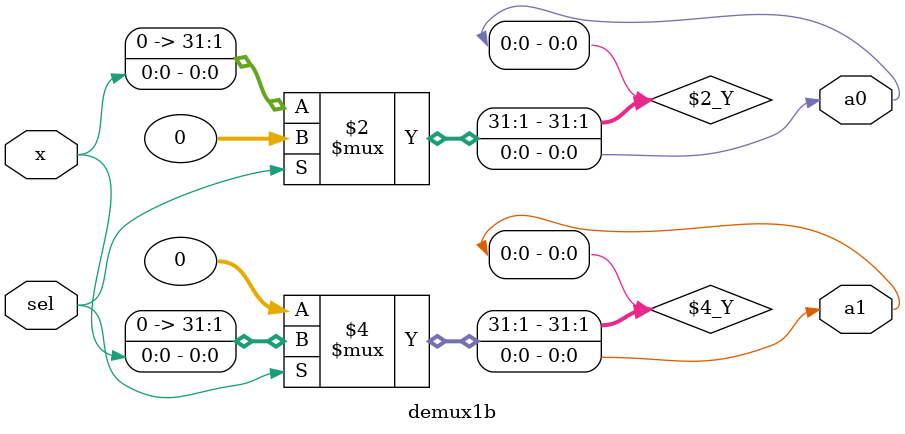
<source format=v>
`timescale 1ns / 1ps
module demux1b(
	input x,
	input sel,
	output a0,
	output a1
    );
	 
	assign a0 = sel? 0:x;
	assign a1 = sel? x:0;

endmodule

</source>
